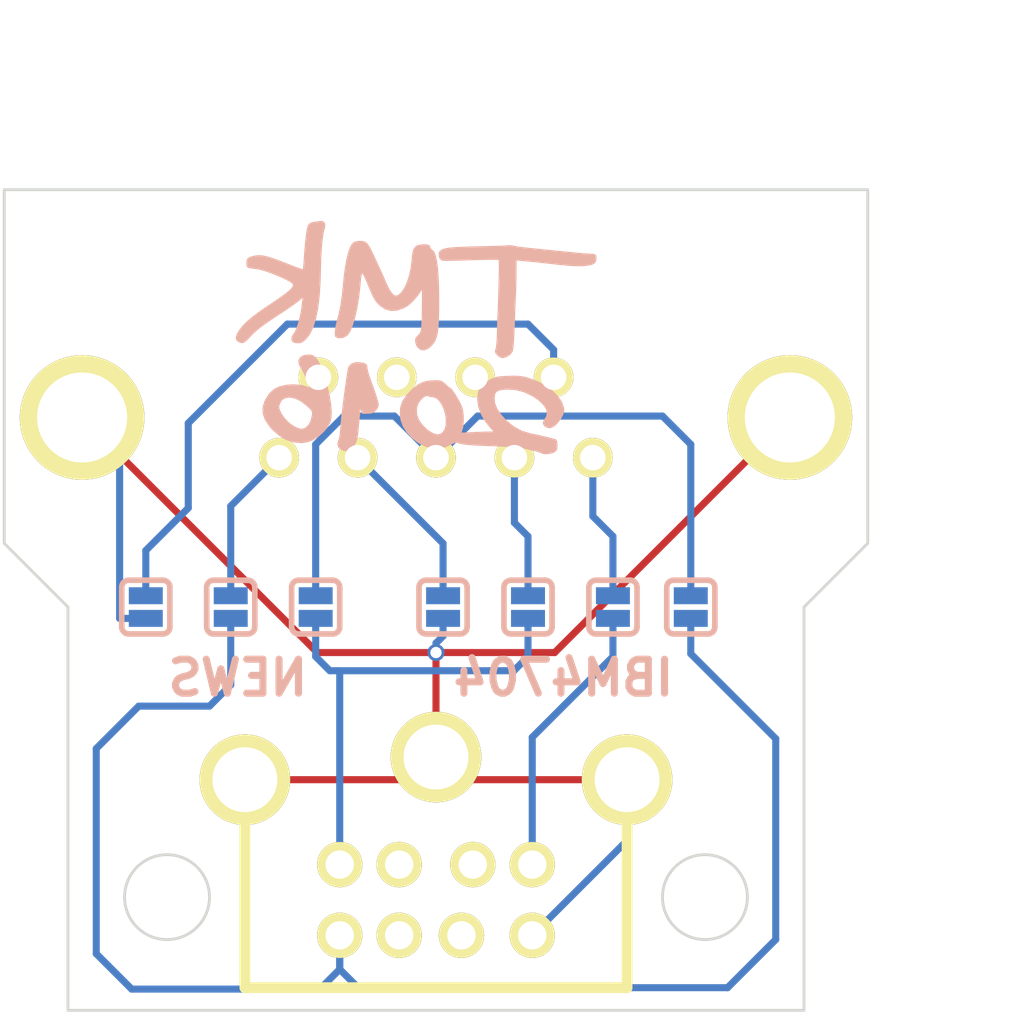
<source format=kicad_pcb>
(kicad_pcb (version 20171130) (host pcbnew "(5.1.12)-1")

  (general
    (thickness 1.6)
    (drawings 14)
    (tracks 72)
    (zones 0)
    (modules 10)
    (nets 18)
  )

  (page A4)
  (layers
    (0 F.Cu signal)
    (31 B.Cu signal)
    (32 B.Adhes user)
    (33 F.Adhes user)
    (34 B.Paste user)
    (35 F.Paste user)
    (36 B.SilkS user)
    (37 F.SilkS user)
    (38 B.Mask user)
    (39 F.Mask user)
    (40 Dwgs.User user)
    (41 Cmts.User user)
    (42 Eco1.User user)
    (43 Eco2.User user)
    (44 Edge.Cuts user)
    (45 Margin user)
    (46 B.CrtYd user)
    (47 F.CrtYd user)
    (48 B.Fab user)
    (49 F.Fab user)
  )

  (setup
    (last_trace_width 0.25)
    (trace_clearance 0.2)
    (zone_clearance 0.3)
    (zone_45_only no)
    (trace_min 0.2)
    (via_size 0.6)
    (via_drill 0.4)
    (via_min_size 0.4)
    (via_min_drill 0.3)
    (uvia_size 0.3)
    (uvia_drill 0.1)
    (uvias_allowed no)
    (uvia_min_size 0.2)
    (uvia_min_drill 0.1)
    (edge_width 0.1)
    (segment_width 0.2)
    (pcb_text_width 0.3)
    (pcb_text_size 1.5 1.5)
    (mod_edge_width 0.15)
    (mod_text_size 1 1)
    (mod_text_width 0.15)
    (pad_size 1.5 1.5)
    (pad_drill 0.6)
    (pad_to_mask_clearance 0.075)
    (solder_mask_min_width 0.15)
    (aux_axis_origin 84.75 102.25)
    (visible_elements 7FFFFFFF)
    (pcbplotparams
      (layerselection 0x010fc_80000001)
      (usegerberextensions true)
      (usegerberattributes true)
      (usegerberadvancedattributes true)
      (creategerberjobfile true)
      (excludeedgelayer true)
      (linewidth 0.100000)
      (plotframeref false)
      (viasonmask false)
      (mode 1)
      (useauxorigin true)
      (hpglpennumber 1)
      (hpglpenspeed 20)
      (hpglpendiameter 15.000000)
      (psnegative false)
      (psa4output false)
      (plotreference true)
      (plotvalue true)
      (plotinvisibletext false)
      (padsonsilk false)
      (subtractmaskfromsilk false)
      (outputformat 1)
      (mirror false)
      (drillshape 0)
      (scaleselection 1)
      (outputdirectory "plot/A/"))
  )

  (net 0 "")
  (net 1 /D0)
  (net 2 /D1)
  (net 3 /VCC)
  (net 4 GND)
  (net 5 "Net-(CN1-Pad1)")
  (net 6 "Net-(CN1-Pad2)")
  (net 7 "Net-(CN1-Pad4)")
  (net 8 "Net-(CN1-Pad7)")
  (net 9 /DS_3)
  (net 10 "Net-(P1-Pad8)")
  (net 11 "Net-(P1-Pad7)")
  (net 12 "Net-(P1-Pad6)")
  (net 13 /DS_9)
  (net 14 /DS_2)
  (net 15 /DS_1)
  (net 16 /DS_4)
  (net 17 /DS_5)

  (net_class Default "This is the default net class."
    (clearance 0.2)
    (trace_width 0.25)
    (via_dia 0.6)
    (via_drill 0.4)
    (uvia_dia 0.3)
    (uvia_drill 0.1)
    (add_net /D0)
    (add_net /D1)
    (add_net /DS_1)
    (add_net /DS_2)
    (add_net /DS_3)
    (add_net /DS_4)
    (add_net /DS_5)
    (add_net /DS_9)
    (add_net /VCC)
    (add_net GND)
    (add_net "Net-(CN1-Pad1)")
    (add_net "Net-(CN1-Pad2)")
    (add_net "Net-(CN1-Pad4)")
    (add_net "Net-(CN1-Pad7)")
    (add_net "Net-(P1-Pad6)")
    (add_net "Net-(P1-Pad7)")
    (add_net "Net-(P1-Pad8)")
  )

  (module MINI_DIN_8 (layer F.Cu) (tedit 57125B9F) (tstamp 571262DA)
    (at 100 93.3)
    (path /5712306A)
    (fp_text reference CN1 (at 3.175 1.651) (layer F.SilkS) hide
      (effects (font (size 0.8128 0.8128) (thickness 0.2032)))
    )
    (fp_text value MINI_DIN_8P_JACK (at 0 -6.10108) (layer F.SilkS) hide
      (effects (font (size 1.524 1.524) (thickness 0.3048)))
    )
    (fp_line (start -6.75 8.15) (end 6.75 8.15) (layer F.SilkS) (width 0.381))
    (fp_line (start 6.75 0.8) (end 6.75 8.15) (layer F.SilkS) (width 0.381))
    (fp_line (start -6.75 0.8) (end -6.75 8.15) (layer F.SilkS) (width 0.381))
    (pad 3 thru_hole circle (at -3.4 3.8 180) (size 1.6 1.6) (drill 1) (layers *.Cu *.Mask F.SilkS)
      (net 1 /D0))
    (pad 5 thru_hole circle (at 3.4 3.8 180) (size 1.6 1.6) (drill 1) (layers *.Cu *.Mask F.SilkS)
      (net 2 /D1))
    (pad 6 thru_hole circle (at -3.4 6.3 180) (size 1.6 1.6) (drill 1) (layers *.Cu *.Mask F.SilkS)
      (net 3 /VCC))
    (pad 8 thru_hole circle (at 3.4 6.3 180) (size 1.6 1.6) (drill 1) (layers *.Cu *.Mask F.SilkS)
      (net 4 GND))
    (pad 9 thru_hole circle (at 0 0 180) (size 3.2 3.2) (drill 2.29) (layers *.Cu *.Mask F.SilkS)
      (net 4 GND))
    (pad 9 thru_hole circle (at -6.75 0.8 180) (size 3.2 3.2) (drill 2.29) (layers *.Cu *.Mask F.SilkS)
      (net 4 GND))
    (pad 9 thru_hole circle (at 6.75 0.8 180) (size 3.2 3.2) (drill 2.29) (layers *.Cu *.Mask F.SilkS)
      (net 4 GND))
    (pad 1 thru_hole circle (at -1.3 3.8 180) (size 1.6 1.6) (drill 1) (layers *.Cu *.Mask F.SilkS)
      (net 5 "Net-(CN1-Pad1)"))
    (pad 2 thru_hole circle (at 1.3 3.8 180) (size 1.6 1.6) (drill 1) (layers *.Cu *.Mask F.SilkS)
      (net 6 "Net-(CN1-Pad2)"))
    (pad 4 thru_hole circle (at -1.3 6.3 180) (size 1.6 1.6) (drill 1) (layers *.Cu *.Mask F.SilkS)
      (net 7 "Net-(CN1-Pad4)"))
    (pad 7 thru_hole circle (at 0.9 6.3 180) (size 1.6 1.6) (drill 1) (layers *.Cu *.Mask F.SilkS)
      (net 8 "Net-(CN1-Pad7)"))
  )

  (module keyboard_parts:DSUB9P (layer F.Cu) (tedit 57124E0E) (tstamp 7FFFFFFF)
    (at 100 81.3 180)
    (path /57123B8A)
    (fp_text reference P1 (at 0 5.8 180) (layer F.SilkS) hide
      (effects (font (size 1.5 1.5) (thickness 0.15)))
    )
    (fp_text value CONN_01X10 (at -0.15 -8.75 180) (layer F.Fab) hide
      (effects (font (size 1.5 1.5) (thickness 0.15)))
    )
    (pad 3 thru_hole circle (at 0 -1.42 180) (size 1.4 1.4) (drill 0.9) (layers *.Cu *.Mask F.SilkS)
      (net 9 /DS_3))
    (pad 8 thru_hole circle (at -1.385 1.42 180) (size 1.4 1.4) (drill 0.9) (layers *.Cu *.Mask F.SilkS)
      (net 10 "Net-(P1-Pad8)"))
    (pad 7 thru_hole circle (at 1.385 1.42 180) (size 1.4 1.4) (drill 0.9) (layers *.Cu *.Mask F.SilkS)
      (net 11 "Net-(P1-Pad7)"))
    (pad 6 thru_hole circle (at 4.155 1.42 180) (size 1.4 1.4) (drill 0.9) (layers *.Cu *.Mask F.SilkS)
      (net 12 "Net-(P1-Pad6)"))
    (pad 9 thru_hole circle (at -4.155 1.42 180) (size 1.4 1.4) (drill 0.9) (layers *.Cu *.Mask F.SilkS)
      (net 13 /DS_9))
    (pad 2 thru_hole circle (at 2.77 -1.42 180) (size 1.4 1.4) (drill 0.9) (layers *.Cu *.Mask F.SilkS)
      (net 14 /DS_2))
    (pad 1 thru_hole circle (at 5.54 -1.42 180) (size 1.4 1.4) (drill 0.9) (layers *.Cu *.Mask F.SilkS)
      (net 15 /DS_1))
    (pad 4 thru_hole circle (at -2.77 -1.42 180) (size 1.4 1.4) (drill 0.9) (layers *.Cu *.Mask F.SilkS)
      (net 16 /DS_4))
    (pad 5 thru_hole circle (at -5.54 -1.42 180) (size 1.4 1.4) (drill 0.9) (layers *.Cu *.Mask F.SilkS)
      (net 17 /DS_5))
    (pad 10 thru_hole circle (at 12.5 0 180) (size 4.4 4.4) (drill 3.18) (layers *.Cu *.Mask F.SilkS)
      (net 4 GND))
    (pad 10 thru_hole circle (at -12.5 0 180) (size 4.4 4.4) (drill 3.18) (layers *.Cu *.Mask F.SilkS)
      (net 4 GND))
  )

  (module keyboard_parts:SOLDER_JUMPER_2 (layer B.Cu) (tedit 5) (tstamp 571262F7)
    (at 100.25 88 90)
    (tags "solder jumper bridge configuration")
    (path /5712404D)
    (attr virtual)
    (fp_text reference SJ1 (at 0 1.7 90) (layer B.SilkS) hide
      (effects (font (size 0.8 0.8) (thickness 0.15)) (justify mirror))
    )
    (fp_text value SOLDER_JUMPER (at 0 -1.65 90) (layer B.SilkS) hide
      (effects (font (size 0.8 0.8) (thickness 0.15)) (justify mirror))
    )
    (fp_line (start -0.65 -0.85) (end 0.65 -0.85) (layer B.SilkS) (width 0.2))
    (fp_line (start -0.95 -0.6) (end -0.95 0.6) (layer B.SilkS) (width 0.2))
    (fp_line (start -0.7 0.85) (end 0.7 0.85) (layer B.SilkS) (width 0.2))
    (fp_line (start 0.95 0.6) (end 0.95 -0.55) (layer B.SilkS) (width 0.2))
    (fp_arc (start -0.7 -0.6) (end -0.7 -0.85) (angle -90) (layer B.SilkS) (width 0.2))
    (fp_arc (start -0.7 0.6) (end -0.95 0.6) (angle -90) (layer B.SilkS) (width 0.2))
    (fp_arc (start 0.7 0.6) (end 0.7 0.85) (angle -90) (layer B.SilkS) (width 0.2))
    (fp_arc (start 0.7 -0.6) (end 0.95 -0.6) (angle -90) (layer B.SilkS) (width 0.2))
    (pad 2 smd rect (at 0.4 0 90) (size 0.6 1.2) (layers B.Cu B.Mask)
      (net 14 /DS_2) (clearance 0.1))
    (pad 1 smd rect (at -0.4 0 90) (size 0.6 1.2) (layers B.Cu B.Mask)
      (net 4 GND) (clearance 0.1))
  )

  (module keyboard_parts:SOLDER_JUMPER_2 (layer B.Cu) (tedit 5) (tstamp 57126305)
    (at 109 88 90)
    (tags "solder jumper bridge configuration")
    (path /571240D0)
    (attr virtual)
    (fp_text reference SJ2 (at 0 1.7 90) (layer B.SilkS) hide
      (effects (font (size 0.8 0.8) (thickness 0.15)) (justify mirror))
    )
    (fp_text value SOLDER_JUMPER (at 0 -1.65 90) (layer B.SilkS) hide
      (effects (font (size 0.8 0.8) (thickness 0.15)) (justify mirror))
    )
    (fp_line (start -0.65 -0.85) (end 0.65 -0.85) (layer B.SilkS) (width 0.2))
    (fp_line (start -0.95 -0.6) (end -0.95 0.6) (layer B.SilkS) (width 0.2))
    (fp_line (start -0.7 0.85) (end 0.7 0.85) (layer B.SilkS) (width 0.2))
    (fp_line (start 0.95 0.6) (end 0.95 -0.55) (layer B.SilkS) (width 0.2))
    (fp_arc (start -0.7 -0.6) (end -0.7 -0.85) (angle -90) (layer B.SilkS) (width 0.2))
    (fp_arc (start -0.7 0.6) (end -0.95 0.6) (angle -90) (layer B.SilkS) (width 0.2))
    (fp_arc (start 0.7 0.6) (end 0.7 0.85) (angle -90) (layer B.SilkS) (width 0.2))
    (fp_arc (start 0.7 -0.6) (end 0.95 -0.6) (angle -90) (layer B.SilkS) (width 0.2))
    (pad 2 smd rect (at 0.4 0 90) (size 0.6 1.2) (layers B.Cu B.Mask)
      (net 9 /DS_3) (clearance 0.1))
    (pad 1 smd rect (at -0.4 0 90) (size 0.6 1.2) (layers B.Cu B.Mask)
      (net 3 /VCC) (clearance 0.1))
  )

  (module keyboard_parts:SOLDER_JUMPER_2 (layer B.Cu) (tedit 57124E2B) (tstamp 57126313)
    (at 103.25 88 90)
    (tags "solder jumper bridge configuration")
    (path /57124115)
    (attr virtual)
    (fp_text reference SJ3 (at 0 1.7 90) (layer B.SilkS) hide
      (effects (font (size 0.8 0.8) (thickness 0.15)) (justify mirror))
    )
    (fp_text value SOLDER_JUMPER (at 0 -1.65 90) (layer B.SilkS) hide
      (effects (font (size 0.8 0.8) (thickness 0.15)) (justify mirror))
    )
    (fp_line (start -0.65 -0.85) (end 0.65 -0.85) (layer B.SilkS) (width 0.2))
    (fp_line (start -0.95 -0.6) (end -0.95 0.6) (layer B.SilkS) (width 0.2))
    (fp_line (start -0.7 0.85) (end 0.7 0.85) (layer B.SilkS) (width 0.2))
    (fp_line (start 0.95 0.6) (end 0.95 -0.55) (layer B.SilkS) (width 0.2))
    (fp_arc (start -0.7 -0.6) (end -0.7 -0.85) (angle -90) (layer B.SilkS) (width 0.2))
    (fp_arc (start -0.7 0.6) (end -0.95 0.6) (angle -90) (layer B.SilkS) (width 0.2))
    (fp_arc (start 0.7 0.6) (end 0.7 0.85) (angle -90) (layer B.SilkS) (width 0.2))
    (fp_arc (start 0.7 -0.6) (end 0.95 -0.6) (angle -90) (layer B.SilkS) (width 0.2))
    (pad 2 smd rect (at 0.4 0 90) (size 0.6 1.2) (layers B.Cu B.Mask)
      (net 16 /DS_4) (clearance 0.1))
    (pad 1 smd rect (at -0.4 0 90) (size 0.6 1.2) (layers B.Cu B.Mask)
      (net 1 /D0) (clearance 0.1))
  )

  (module keyboard_parts:SOLDER_JUMPER_2 (layer B.Cu) (tedit 5) (tstamp 57126321)
    (at 106.25 88 90)
    (tags "solder jumper bridge configuration")
    (path /57124134)
    (attr virtual)
    (fp_text reference SJ4 (at 0 1.7 90) (layer B.SilkS) hide
      (effects (font (size 0.8 0.8) (thickness 0.15)) (justify mirror))
    )
    (fp_text value SOLDER_JUMPER (at 0 -1.65 90) (layer B.SilkS) hide
      (effects (font (size 0.8 0.8) (thickness 0.15)) (justify mirror))
    )
    (fp_line (start -0.65 -0.85) (end 0.65 -0.85) (layer B.SilkS) (width 0.2))
    (fp_line (start -0.95 -0.6) (end -0.95 0.6) (layer B.SilkS) (width 0.2))
    (fp_line (start -0.7 0.85) (end 0.7 0.85) (layer B.SilkS) (width 0.2))
    (fp_line (start 0.95 0.6) (end 0.95 -0.55) (layer B.SilkS) (width 0.2))
    (fp_arc (start -0.7 -0.6) (end -0.7 -0.85) (angle -90) (layer B.SilkS) (width 0.2))
    (fp_arc (start -0.7 0.6) (end -0.95 0.6) (angle -90) (layer B.SilkS) (width 0.2))
    (fp_arc (start 0.7 0.6) (end 0.7 0.85) (angle -90) (layer B.SilkS) (width 0.2))
    (fp_arc (start 0.7 -0.6) (end 0.95 -0.6) (angle -90) (layer B.SilkS) (width 0.2))
    (pad 2 smd rect (at 0.4 0 90) (size 0.6 1.2) (layers B.Cu B.Mask)
      (net 17 /DS_5) (clearance 0.1))
    (pad 1 smd rect (at -0.4 0 90) (size 0.6 1.2) (layers B.Cu B.Mask)
      (net 2 /D1) (clearance 0.1))
  )

  (module keyboard_parts:SOLDER_JUMPER_2 (layer B.Cu) (tedit 57124E3A) (tstamp 5712632F)
    (at 92.75 88 90)
    (tags "solder jumper bridge configuration")
    (path /57124DB6)
    (attr virtual)
    (fp_text reference SJ5 (at 0 1.7 90) (layer B.SilkS) hide
      (effects (font (size 0.8 0.8) (thickness 0.15)) (justify mirror))
    )
    (fp_text value SOLDER_JUMPER (at 0 -1.65 90) (layer B.SilkS) hide
      (effects (font (size 0.8 0.8) (thickness 0.15)) (justify mirror))
    )
    (fp_line (start -0.65 -0.85) (end 0.65 -0.85) (layer B.SilkS) (width 0.2))
    (fp_line (start -0.95 -0.6) (end -0.95 0.6) (layer B.SilkS) (width 0.2))
    (fp_line (start -0.7 0.85) (end 0.7 0.85) (layer B.SilkS) (width 0.2))
    (fp_line (start 0.95 0.6) (end 0.95 -0.55) (layer B.SilkS) (width 0.2))
    (fp_arc (start -0.7 -0.6) (end -0.7 -0.85) (angle -90) (layer B.SilkS) (width 0.2))
    (fp_arc (start -0.7 0.6) (end -0.95 0.6) (angle -90) (layer B.SilkS) (width 0.2))
    (fp_arc (start 0.7 0.6) (end 0.7 0.85) (angle -90) (layer B.SilkS) (width 0.2))
    (fp_arc (start 0.7 -0.6) (end 0.95 -0.6) (angle -90) (layer B.SilkS) (width 0.2))
    (pad 2 smd rect (at 0.4 0 90) (size 0.6 1.2) (layers B.Cu B.Mask)
      (net 15 /DS_1) (clearance 0.1))
    (pad 1 smd rect (at -0.4 0 90) (size 0.6 1.2) (layers B.Cu B.Mask)
      (net 3 /VCC) (clearance 0.1))
  )

  (module keyboard_parts:SOLDER_JUMPER_2 (layer B.Cu) (tedit 57124E3F) (tstamp 5712633D)
    (at 95.75 88 90)
    (tags "solder jumper bridge configuration")
    (path /57124DBC)
    (attr virtual)
    (fp_text reference SJ6 (at 0 1.7 90) (layer B.SilkS) hide
      (effects (font (size 0.8 0.8) (thickness 0.15)) (justify mirror))
    )
    (fp_text value SOLDER_JUMPER (at 0 -1.65 90) (layer B.SilkS) hide
      (effects (font (size 0.8 0.8) (thickness 0.15)) (justify mirror))
    )
    (fp_line (start -0.65 -0.85) (end 0.65 -0.85) (layer B.SilkS) (width 0.2))
    (fp_line (start -0.95 -0.6) (end -0.95 0.6) (layer B.SilkS) (width 0.2))
    (fp_line (start -0.7 0.85) (end 0.7 0.85) (layer B.SilkS) (width 0.2))
    (fp_line (start 0.95 0.6) (end 0.95 -0.55) (layer B.SilkS) (width 0.2))
    (fp_arc (start -0.7 -0.6) (end -0.7 -0.85) (angle -90) (layer B.SilkS) (width 0.2))
    (fp_arc (start -0.7 0.6) (end -0.95 0.6) (angle -90) (layer B.SilkS) (width 0.2))
    (fp_arc (start 0.7 0.6) (end 0.7 0.85) (angle -90) (layer B.SilkS) (width 0.2))
    (fp_arc (start 0.7 -0.6) (end 0.95 -0.6) (angle -90) (layer B.SilkS) (width 0.2))
    (pad 2 smd rect (at 0.4 0 90) (size 0.6 1.2) (layers B.Cu B.Mask)
      (net 9 /DS_3) (clearance 0.1))
    (pad 1 smd rect (at -0.4 0 90) (size 0.6 1.2) (layers B.Cu B.Mask)
      (net 1 /D0) (clearance 0.1))
  )

  (module keyboard_parts:SOLDER_JUMPER_2 (layer B.Cu) (tedit 5) (tstamp 5712634B)
    (at 89.75 88 90)
    (tags "solder jumper bridge configuration")
    (path /57124DC2)
    (attr virtual)
    (fp_text reference SJ7 (at 0 1.7 90) (layer B.SilkS) hide
      (effects (font (size 0.8 0.8) (thickness 0.15)) (justify mirror))
    )
    (fp_text value SOLDER_JUMPER (at 0 -1.65 90) (layer B.SilkS) hide
      (effects (font (size 0.8 0.8) (thickness 0.15)) (justify mirror))
    )
    (fp_line (start -0.65 -0.85) (end 0.65 -0.85) (layer B.SilkS) (width 0.2))
    (fp_line (start -0.95 -0.6) (end -0.95 0.6) (layer B.SilkS) (width 0.2))
    (fp_line (start -0.7 0.85) (end 0.7 0.85) (layer B.SilkS) (width 0.2))
    (fp_line (start 0.95 0.6) (end 0.95 -0.55) (layer B.SilkS) (width 0.2))
    (fp_arc (start -0.7 -0.6) (end -0.7 -0.85) (angle -90) (layer B.SilkS) (width 0.2))
    (fp_arc (start -0.7 0.6) (end -0.95 0.6) (angle -90) (layer B.SilkS) (width 0.2))
    (fp_arc (start 0.7 0.6) (end 0.7 0.85) (angle -90) (layer B.SilkS) (width 0.2))
    (fp_arc (start 0.7 -0.6) (end 0.95 -0.6) (angle -90) (layer B.SilkS) (width 0.2))
    (pad 2 smd rect (at 0.4 0 90) (size 0.6 1.2) (layers B.Cu B.Mask)
      (net 13 /DS_9) (clearance 0.1))
    (pad 1 smd rect (at -0.4 0 90) (size 0.6 1.2) (layers B.Cu B.Mask)
      (net 4 GND) (clearance 0.1))
  )

  (module keyboard_parts:tmk2016 (layer B.Cu) (tedit 0) (tstamp 57126FF9)
    (at 99.06 78.74 180)
    (fp_text reference G*** (at 0 0 180) (layer B.SilkS) hide
      (effects (font (size 1.524 1.524) (thickness 0.3)) (justify mirror))
    )
    (fp_text value LOGO (at 0.75 0 180) (layer B.SilkS) hide
      (effects (font (size 1.524 1.524) (thickness 0.3)) (justify mirror))
    )
    (fp_poly (pts (xy 6.084519 0.266973) (xy 6.065132 0.184647) (xy 5.987729 0.133722) (xy 5.974062 0.129454)
      (xy 5.91957 0.117456) (xy 5.872782 0.123134) (xy 5.820133 0.154907) (xy 5.748063 0.221195)
      (xy 5.643007 0.330417) (xy 5.632631 0.341411) (xy 5.543986 0.432567) (xy 5.454518 0.517214)
      (xy 5.355654 0.601801) (xy 5.238824 0.692781) (xy 5.095453 0.796603) (xy 4.916971 0.919718)
      (xy 4.694806 1.068578) (xy 4.462639 1.221863) (xy 4.29383 1.335) (xy 4.137373 1.443764)
      (xy 4.006948 1.538362) (xy 3.916236 1.609005) (xy 3.892423 1.629979) (xy 3.816568 1.689739)
      (xy 3.756685 1.715011) (xy 3.741917 1.7125) (xy 3.714901 1.675509) (xy 3.717441 1.664437)
      (xy 3.728041 1.619276) (xy 3.741556 1.52493) (xy 3.754052 1.41162) (xy 3.780977 1.21214)
      (xy 3.822035 1.003422) (xy 3.872833 0.801051) (xy 3.928973 0.620616) (xy 3.98606 0.477703)
      (xy 4.039698 0.3879) (xy 4.044122 0.383043) (xy 4.111074 0.282198) (xy 4.121633 0.206654)
      (xy 4.102303 0.151547) (xy 4.051203 0.12401) (xy 3.964803 0.112862) (xy 3.868674 0.11347)
      (xy 3.79428 0.140762) (xy 3.711932 0.207296) (xy 3.68848 0.229727) (xy 3.554044 0.400924)
      (xy 3.440104 0.634033) (xy 3.346453 0.930062) (xy 3.272879 1.290018) (xy 3.219174 1.71491)
      (xy 3.185127 2.205744) (xy 3.170987 2.716388) (xy 3.164703 2.977124) (xy 3.152282 3.23732)
      (xy 3.134835 3.485301) (xy 3.113476 3.709395) (xy 3.089316 3.897927) (xy 3.063467 4.039223)
      (xy 3.037111 4.12148) (xy 3.017613 4.20744) (xy 3.023285 4.26715) (xy 3.04141 4.313343)
      (xy 3.076946 4.333876) (xy 3.149388 4.334276) (xy 3.230139 4.325815) (xy 3.37396 4.305637)
      (xy 3.463932 4.280646) (xy 3.516649 4.242004) (xy 3.548702 4.180872) (xy 3.55863 4.150838)
      (xy 3.580462 4.051203) (xy 3.604065 3.894391) (xy 3.627987 3.693707) (xy 3.650777 3.462454)
      (xy 3.670986 3.21394) (xy 3.685958 2.983128) (xy 3.695889 2.833314) (xy 3.706729 2.711866)
      (xy 3.716899 2.634704) (xy 3.72237 2.61587) (xy 3.758707 2.62316) (xy 3.850209 2.653259)
      (xy 3.986654 2.702464) (xy 4.157821 2.767076) (xy 4.353488 2.843395) (xy 4.380994 2.854302)
      (xy 4.649469 2.958659) (xy 4.864708 3.035905) (xy 5.037597 3.088361) (xy 5.179022 3.118347)
      (xy 5.29987 3.128184) (xy 5.411028 3.120193) (xy 5.520972 3.097324) (xy 5.625546 3.066329)
      (xy 5.679766 3.032977) (xy 5.702405 2.980778) (xy 5.70875 2.932389) (xy 5.708458 2.842959)
      (xy 5.692409 2.785831) (xy 5.690377 2.783488) (xy 5.64142 2.765267) (xy 5.545053 2.748551)
      (xy 5.449683 2.739145) (xy 5.284412 2.711891) (xy 5.07153 2.652026) (xy 4.823512 2.563924)
      (xy 4.55283 2.451955) (xy 4.313444 2.34089) (xy 4.196828 2.279194) (xy 4.114077 2.220357)
      (xy 4.068184 2.159902) (xy 4.062143 2.093348) (xy 4.098948 2.016217) (xy 4.181593 1.92403)
      (xy 4.31307 1.812309) (xy 4.496373 1.676575) (xy 4.734497 1.512348) (xy 4.974167 1.352351)
      (xy 5.276481 1.145112) (xy 5.521546 0.960724) (xy 5.716506 0.793206) (xy 5.868505 0.636573)
      (xy 5.948572 0.536514) (xy 6.045721 0.383371) (xy 6.084519 0.266973)) (layer B.SilkS) (width 0.1))
    (fp_poly (pts (xy 2.589517 0.405694) (xy 2.581994 0.328937) (xy 2.538872 0.296391) (xy 2.492111 0.288332)
      (xy 2.338707 0.301372) (xy 2.214644 0.378417) (xy 2.127775 0.504421) (xy 2.039403 0.724041)
      (xy 1.957764 0.998839) (xy 1.886252 1.313518) (xy 1.828259 1.65278) (xy 1.78718 2.001327)
      (xy 1.781854 2.06375) (xy 1.760034 2.301538) (xy 1.736507 2.470098) (xy 1.728611 2.498553)
      (xy 1.728611 2.663472) (xy 1.710972 2.681111) (xy 1.693334 2.663472) (xy 1.710972 2.645833)
      (xy 1.728611 2.663472) (xy 1.728611 2.498553) (xy 1.708576 2.570751) (xy 1.673544 2.604815)
      (xy 1.628714 2.573613) (xy 1.571389 2.478464) (xy 1.498874 2.320689) (xy 1.457631 2.2225)
      (xy 1.362914 1.995812) (xy 1.287366 1.82392) (xy 1.224895 1.695742) (xy 1.16941 1.600194)
      (xy 1.11482 1.526195) (xy 1.055033 1.462661) (xy 1.024281 1.434054) (xy 0.845062 1.309867)
      (xy 0.654687 1.252956) (xy 0.449871 1.263198) (xy 0.227326 1.34047) (xy 0.115313 1.400119)
      (xy -0.010422 1.495182) (xy -0.147633 1.632712) (xy -0.277779 1.791321) (xy -0.38232 1.949623)
      (xy -0.414113 2.010833) (xy -0.471778 2.134305) (xy -0.486378 2.028472) (xy -0.490243 1.961215)
      (xy -0.492408 1.836164) (xy -0.49285 1.666062) (xy -0.491543 1.463651) (xy -0.488461 1.241673)
      (xy -0.487975 1.214557) (xy -0.48277 0.968205) (xy -0.476751 0.782) (xy -0.468898 0.645534)
      (xy -0.458189 0.5484) (xy -0.443601 0.480189) (xy -0.424114 0.430493) (xy -0.408322 0.403168)
      (xy -0.349472 0.324396) (xy -0.297082 0.273402) (xy -0.294308 0.271649) (xy -0.254667 0.211315)
      (xy -0.251602 0.116532) (xy -0.283127 0.01194) (xy -0.32006 -0.04816) (xy -0.417375 -0.129224)
      (xy -0.527492 -0.141079) (xy -0.650606 -0.083697) (xy -0.756035 0.009403) (xy -0.824028 0.090756)
      (xy -0.878889 0.183651) (xy -0.921922 0.296145) (xy -0.954429 0.436294) (xy -0.977711 0.612154)
      (xy -0.993071 0.83178) (xy -1.00181 1.103228) (xy -1.005232 1.434554) (xy -1.005416 1.552222)
      (xy -1.000527 1.995243) (xy -0.986003 2.37817) (xy -0.962057 2.699352) (xy -0.928905 2.957139)
      (xy -0.886761 3.14988) (xy -0.835839 3.275924) (xy -0.776353 3.333621) (xy -0.773931 3.334441)
      (xy -0.717787 3.380018) (xy -0.705555 3.420547) (xy -0.682122 3.482917) (xy -0.607845 3.513077)
      (xy -0.476756 3.512822) (xy -0.420018 3.506369) (xy -0.313123 3.484256) (xy -0.237993 3.443252)
      (xy -0.187737 3.371586) (xy -0.155462 3.257486) (xy -0.134277 3.089181) (xy -0.127574 3.006852)
      (xy -0.092685 2.717534) (xy -0.034792 2.448573) (xy 0.042304 2.208137) (xy 0.1348 2.004396)
      (xy 0.238892 1.845517) (xy 0.350777 1.739671) (xy 0.466653 1.695026) (xy 0.483566 1.694117)
      (xy 0.566722 1.726348) (xy 0.659148 1.819046) (xy 0.754331 1.963908) (xy 0.845756 2.152634)
      (xy 0.848529 2.159261) (xy 0.916287 2.318089) (xy 0.992316 2.490684) (xy 1.038678 2.592916)
      (xy 1.097569 2.720767) (xy 1.173314 2.885577) (xy 1.253416 3.060145) (xy 1.289884 3.139722)
      (xy 1.380503 3.331202) (xy 1.453881 3.466403) (xy 1.518411 3.554778) (xy 1.582484 3.605783)
      (xy 1.654492 3.628872) (xy 1.728261 3.633611) (xy 1.837962 3.625289) (xy 1.926151 3.604669)
      (xy 1.940009 3.598477) (xy 2.004339 3.53031) (xy 2.067756 3.400007) (xy 2.12815 3.21598)
      (xy 2.183409 2.986638) (xy 2.231423 2.720392) (xy 2.270081 2.425652) (xy 2.290966 2.200127)
      (xy 2.333294 1.77037) (xy 2.390328 1.384211) (xy 2.460313 1.052794) (xy 2.48734 0.9525)
      (xy 2.553643 0.687719) (xy 2.585919 0.468989) (xy 2.589517 0.405694)) (layer B.SilkS) (width 0.1))
    (fp_poly (pts (xy -1.079932 3.154171) (xy -1.1161 3.067892) (xy -1.172006 3.027229) (xy -1.218079 3.024417)
      (xy -1.324944 3.024126) (xy -1.482887 3.026183) (xy -1.682195 3.03042) (xy -1.913156 3.036666)
      (xy -2.160578 3.044563) (xy -2.41399 3.05235) (xy -2.646061 3.057793) (xy -2.846901 3.060795)
      (xy -3.006618 3.061259) (xy -3.115319 3.05909) (xy -3.162652 3.054379) (xy -3.180285 3.042473)
      (xy -3.19352 3.016688) (xy -3.202641 2.968981) (xy -3.207932 2.89131) (xy -3.209678 2.775634)
      (xy -3.208162 2.613911) (xy -3.203668 2.398098) (xy -3.196481 2.120154) (xy -3.19612 2.106853)
      (xy -3.188878 1.850304) (xy -3.181571 1.610032) (xy -3.174582 1.397225) (xy -3.168292 1.223074)
      (xy -3.163081 1.098766) (xy -3.15979 1.040694) (xy -3.15491 0.951653) (xy -3.149713 0.810747)
      (xy -3.144791 0.636664) (xy -3.140737 0.448089) (xy -3.140424 0.430413) (xy -3.134356 0.245537)
      (xy -3.123626 0.077409) (xy -3.109682 -0.056771) (xy -3.093973 -0.139804) (xy -3.091904 -0.145873)
      (xy -3.07061 -0.22218) (xy -3.087298 -0.275953) (xy -3.150509 -0.338162) (xy -3.228359 -0.396747)
      (xy -3.294533 -0.413889) (xy -3.376971 -0.391751) (xy -3.444968 -0.36094) (xy -3.535833 -0.297017)
      (xy -3.60008 -0.216995) (xy -3.600768 -0.215596) (xy -3.618468 -0.142911) (xy -3.635131 -0.00076)
      (xy -3.650677 0.209777) (xy -3.665021 0.487617) (xy -3.676216 0.776111) (xy -3.6851 1.028026)
      (xy -3.693825 1.262628) (xy -3.70194 1.468782) (xy -3.708998 1.635355) (xy -3.714547 1.751213)
      (xy -3.717535 1.799166) (xy -3.721521 1.877002) (xy -3.72559 2.009776) (xy -3.729371 2.18187)
      (xy -3.732493 2.377668) (xy -3.733715 2.481844) (xy -3.739444 3.041049) (xy -3.995208 3.017715)
      (xy -4.154587 3.003072) (xy -4.290294 2.990246) (xy -4.417412 2.977655) (xy -4.551018 2.963719)
      (xy -4.706194 2.946856) (xy -4.898018 2.925486) (xy -5.141572 2.898026) (xy -5.203065 2.891071)
      (xy -5.51289 2.858945) (xy -5.764493 2.839702) (xy -5.968909 2.832754) (xy -6.137171 2.83751)
      (xy -6.165091 2.839615) (xy -6.341806 2.860413) (xy -6.458894 2.892009) (xy -6.527141 2.940714)
      (xy -6.55733 3.01284) (xy -6.561667 3.071686) (xy -6.556059 3.136778) (xy -6.526148 3.167564)
      (xy -6.452302 3.1782) (xy -6.411736 3.179805) (xy -6.351288 3.181945) (xy -6.291937 3.184789)
      (xy -6.224996 3.189119) (xy -6.141781 3.195714) (xy -6.033604 3.205357) (xy -5.89178 3.218828)
      (xy -5.707622 3.236908) (xy -5.472445 3.260378) (xy -5.177561 3.290019) (xy -5.10802 3.297022)
      (xy -4.776297 3.330441) (xy -4.507321 3.357634) (xy -4.293641 3.379466) (xy -4.127808 3.396803)
      (xy -4.002369 3.410511) (xy -3.909873 3.421455) (xy -3.842871 3.430499) (xy -3.793912 3.43851)
      (xy -3.755543 3.446354) (xy -3.720315 3.454894) (xy -3.696669 3.460948) (xy -3.587739 3.479151)
      (xy -3.493955 3.479426) (xy -3.485002 3.477901) (xy -3.429346 3.472804) (xy -3.313174 3.466825)
      (xy -3.146519 3.460317) (xy -2.939409 3.453633) (xy -2.701875 3.447125) (xy -2.443948 3.441147)
      (xy -2.434166 3.440941) (xy -2.089581 3.432442) (xy -1.808957 3.422226) (xy -1.585702 3.409371)
      (xy -1.413227 3.392958) (xy -1.284941 3.372066) (xy -1.194253 3.345776) (xy -1.134573 3.313167)
      (xy -1.09931 3.273319) (xy -1.089829 3.253247) (xy -1.079932 3.154171)) (layer B.SilkS) (width 0.1))
    (fp_poly (pts (xy 5.137307 -2.210668) (xy 5.13362 -2.408556) (xy 5.065017 -2.610554) (xy 4.930123 -2.821712)
      (xy 4.822602 -2.948591) (xy 4.646003 -3.108387) (xy 4.646003 -2.219939) (xy 4.642618 -2.147743)
      (xy 4.624503 -2.077871) (xy 4.55002 -1.933548) (xy 4.43134 -1.843246) (xy 4.272327 -1.809332)
      (xy 4.191649 -1.812768) (xy 4.002571 -1.854863) (xy 3.820359 -1.943865) (xy 3.630316 -2.087605)
      (xy 3.5653 -2.14658) (xy 3.468414 -2.239997) (xy 3.413603 -2.305682) (xy 3.39077 -2.363405)
      (xy 3.38982 -2.432937) (xy 3.394667 -2.480717) (xy 3.438819 -2.676255) (xy 3.519018 -2.836916)
      (xy 3.627252 -2.948101) (xy 3.662636 -2.968954) (xy 3.769301 -3.004377) (xy 3.880665 -2.998129)
      (xy 4.016788 -2.947734) (xy 4.076644 -2.917822) (xy 4.268986 -2.786463) (xy 4.44087 -2.612489)
      (xy 4.567914 -2.42074) (xy 4.571358 -2.413789) (xy 4.623679 -2.299585) (xy 4.646003 -2.219939)
      (xy 4.646003 -3.108387) (xy 4.591527 -3.157681) (xy 4.339582 -3.307183) (xy 4.074527 -3.394347)
      (xy 3.804118 -3.416423) (xy 3.589771 -3.385529) (xy 3.412361 -3.313373) (xy 3.228641 -3.191701)
      (xy 3.057281 -3.036983) (xy 2.916949 -2.865687) (xy 2.836812 -2.721289) (xy 2.799138 -2.564429)
      (xy 2.791076 -2.354287) (xy 2.811012 -2.100847) (xy 2.857333 -1.814098) (xy 2.928425 -1.504026)
      (xy 3.022675 -1.180618) (xy 3.13847 -0.853859) (xy 3.138552 -0.853649) (xy 3.218366 -0.661653)
      (xy 3.289414 -0.528282) (xy 3.360291 -0.443776) (xy 3.439593 -0.398371) (xy 3.535917 -0.382309)
      (xy 3.554085 -0.381802) (xy 3.713974 -0.401514) (xy 3.821559 -0.460694) (xy 3.872355 -0.551799)
      (xy 3.861875 -0.667286) (xy 3.795247 -0.787285) (xy 3.744983 -0.868904) (xy 3.683797 -0.990125)
      (xy 3.619892 -1.131635) (xy 3.561468 -1.274123) (xy 3.516725 -1.398276) (xy 3.493866 -1.484781)
      (xy 3.4925 -1.500224) (xy 3.515021 -1.546478) (xy 3.583074 -1.53972) (xy 3.640441 -1.51329)
      (xy 3.756316 -1.473812) (xy 3.917972 -1.447831) (xy 4.101549 -1.437505) (xy 4.283189 -1.444991)
      (xy 4.331903 -1.450775) (xy 4.572971 -1.504867) (xy 4.763295 -1.597746) (xy 4.915384 -1.738826)
      (xy 5.04175 -1.937523) (xy 5.077451 -2.011837) (xy 5.137307 -2.210668)) (layer B.SilkS) (width 0.1))
    (fp_poly (pts (xy 2.493753 -3.488424) (xy 2.465779 -3.591997) (xy 2.380436 -3.662841) (xy 2.298275 -3.69577)
      (xy 2.241913 -3.696702) (xy 2.174288 -3.665684) (xy 2.169584 -3.663095) (xy 2.044513 -3.581492)
      (xy 1.958584 -3.488562) (xy 1.902718 -3.367708) (xy 1.867836 -3.202333) (xy 1.854347 -3.086806)
      (xy 1.823178 -2.76859) (xy 1.797465 -2.51557) (xy 1.776215 -2.322681) (xy 1.758434 -2.184859)
      (xy 1.743128 -2.097041) (xy 1.729301 -2.054161) (xy 1.715959 -2.051156) (xy 1.702109 -2.08296)
      (xy 1.686756 -2.144511) (xy 1.677718 -2.187223) (xy 1.637838 -2.38125) (xy 1.466314 -2.378705)
      (xy 1.349124 -2.369061) (xy 1.271555 -2.336696) (xy 1.21184 -2.279724) (xy 1.155642 -2.196497)
      (xy 1.129187 -2.12209) (xy 1.128889 -2.116044) (xy 1.141925 -2.039897) (xy 1.179642 -1.904969)
      (xy 1.239953 -1.71776) (xy 1.320773 -1.484768) (xy 1.411762 -1.234723) (xy 1.463112 -1.084383)
      (xy 1.503413 -0.944109) (xy 1.526152 -0.837425) (xy 1.528766 -0.812152) (xy 1.536565 -0.738539)
      (xy 1.563378 -0.698128) (xy 1.627905 -0.675095) (xy 1.708104 -0.660406) (xy 1.884567 -0.652025)
      (xy 2.018029 -0.691222) (xy 2.102569 -0.776119) (xy 2.108202 -0.787257) (xy 2.124382 -0.84748)
      (xy 2.146669 -0.967159) (xy 2.173686 -1.135592) (xy 2.204057 -1.342078) (xy 2.236403 -1.575914)
      (xy 2.26935 -1.826399) (xy 2.301519 -2.082831) (xy 2.331534 -2.334509) (xy 2.358019 -2.570731)
      (xy 2.379595 -2.780794) (xy 2.394887 -2.953999) (xy 2.402277 -3.073007) (xy 2.416065 -3.202884)
      (xy 2.442917 -3.319829) (xy 2.460036 -3.364008) (xy 2.493753 -3.488424)) (layer B.SilkS) (width 0.1))
    (fp_poly (pts (xy 0.289907 -2.440047) (xy 0.265335 -2.628195) (xy 0.191811 -2.84139) (xy 0.060727 -3.050011)
      (xy -0.115259 -3.242631) (xy -0.216854 -3.323228) (xy -0.216854 -2.233448) (xy -0.272223 -2.054031)
      (xy -0.312327 -1.988296) (xy -0.43075 -1.849343) (xy -0.540116 -1.769276) (xy -0.635066 -1.751487)
      (xy -0.668318 -1.76284) (xy -0.754748 -1.790177) (xy -0.839196 -1.799167) (xy -0.956348 -1.832502)
      (xy -1.069026 -1.924824) (xy -1.170275 -2.064607) (xy -1.253143 -2.240325) (xy -1.310676 -2.440453)
      (xy -1.334399 -2.62001) (xy -1.332111 -2.826774) (xy -1.294629 -2.982536) (xy -1.218162 -3.099475)
      (xy -1.172273 -3.140918) (xy -1.075118 -3.195669) (xy -0.970053 -3.203091) (xy -0.837378 -3.163361)
      (xy -0.79375 -3.144338) (xy -0.648826 -3.0541) (xy -0.499146 -2.921797) (xy -0.367515 -2.77031)
      (xy -0.279356 -2.628195) (xy -0.21893 -2.430682) (xy -0.216854 -2.233448) (xy -0.216854 -3.323228)
      (xy -0.323484 -3.40782) (xy -0.551289 -3.534151) (xy -0.786013 -3.610194) (xy -0.831352 -3.618165)
      (xy -1.040971 -3.618907) (xy -1.259936 -3.567078) (xy -1.459122 -3.469714) (xy -1.583519 -3.407345)
      (xy -1.670789 -3.403597) (xy -1.767253 -3.431036) (xy -1.864771 -3.453124) (xy -1.973951 -3.470914)
      (xy -2.105403 -3.485458) (xy -2.269734 -3.49781) (xy -2.477552 -3.509021) (xy -2.739467 -3.520144)
      (xy -2.910416 -3.526606) (xy -3.198417 -3.538918) (xy -3.464287 -3.553599) (xy -3.697079 -3.569843)
      (xy -3.885843 -3.586849) (xy -4.019631 -3.603811) (xy -4.056944 -3.610762) (xy -4.297468 -3.665205)
      (xy -4.474218 -3.708908) (xy -4.592893 -3.743433) (xy -4.659193 -3.770343) (xy -4.672541 -3.779519)
      (xy -4.738968 -3.803231) (xy -4.845279 -3.807559) (xy -4.964008 -3.794153) (xy -5.067691 -3.764658)
      (xy -5.088819 -3.754545) (xy -5.150595 -3.710615) (xy -5.178873 -3.650749) (xy -5.185826 -3.548423)
      (xy -5.185833 -3.543183) (xy -5.176367 -3.434867) (xy -5.150633 -3.376593) (xy -5.141736 -3.371548)
      (xy -5.012412 -3.336584) (xy -4.839861 -3.293724) (xy -4.650013 -3.249047) (xy -4.468801 -3.20863)
      (xy -4.322155 -3.178553) (xy -4.303889 -3.175153) (xy -3.97639 -3.081406) (xy -3.676695 -2.923923)
      (xy -3.401557 -2.70097) (xy -3.382323 -2.68206) (xy -3.187048 -2.46428) (xy -3.054951 -2.260178)
      (xy -2.981956 -2.062094) (xy -2.963333 -1.894684) (xy -2.975745 -1.749604) (xy -3.019466 -1.647853)
      (xy -3.104221 -1.581521) (xy -3.239738 -1.542695) (xy -3.418554 -1.524413) (xy -3.740335 -1.538104)
      (xy -4.053748 -1.618374) (xy -4.365567 -1.767021) (xy -4.391574 -1.782479) (xy -4.610852 -1.93515)
      (xy -4.771279 -2.091231) (xy -4.870654 -2.246591) (xy -4.906774 -2.397098) (xy -4.877437 -2.538623)
      (xy -4.833055 -2.610556) (xy -4.783564 -2.691768) (xy -4.763284 -2.759245) (xy -4.793413 -2.824066)
      (xy -4.868502 -2.874434) (xy -4.955637 -2.892778) (xy -5.047408 -2.862534) (xy -5.153466 -2.780244)
      (xy -5.259976 -2.658572) (xy -5.332632 -2.547699) (xy -5.394724 -2.427954) (xy -5.421421 -2.338035)
      (xy -5.419701 -2.251354) (xy -5.416107 -2.22956) (xy -5.345415 -2.027931) (xy -5.21247 -1.830263)
      (xy -5.025525 -1.643224) (xy -4.792829 -1.473484) (xy -4.522635 -1.327712) (xy -4.223193 -1.212577)
      (xy -4.121259 -1.18295) (xy -3.982739 -1.152086) (xy -3.839171 -1.135353) (xy -3.667673 -1.131053)
      (xy -3.486259 -1.135765) (xy -3.301267 -1.145131) (xy -3.166675 -1.158513) (xy -3.062329 -1.179824)
      (xy -2.968072 -1.212978) (xy -2.8811 -1.25326) (xy -2.691953 -1.367187) (xy -2.562346 -1.497141)
      (xy -2.481386 -1.654958) (xy -2.466488 -1.703757) (xy -2.441758 -1.924203) (xy -2.476913 -2.165654)
      (xy -2.568423 -2.418188) (xy -2.712758 -2.671882) (xy -2.892594 -2.901598) (xy -3.07481 -3.104445)
      (xy -2.848221 -3.104445) (xy -2.719072 -3.106444) (xy -2.544368 -3.111857) (xy -2.348979 -3.11981)
      (xy -2.192285 -3.127531) (xy -1.762937 -3.150617) (xy -1.818911 -3.016653) (xy -1.857798 -2.868563)
      (xy -1.874934 -2.680541) (xy -1.87026 -2.47979) (xy -1.84372 -2.293515) (xy -1.820606 -2.209482)
      (xy -1.779591 -2.112214) (xy -1.717568 -1.99097) (xy -1.643762 -1.860871) (xy -1.567397 -1.737035)
      (xy -1.497697 -1.634583) (xy -1.443887 -1.568634) (xy -1.419613 -1.552223) (xy -1.380459 -1.529519)
      (xy -1.310094 -1.471197) (xy -1.255024 -1.419931) (xy -1.180244 -1.350906) (xy -1.118422 -1.311731)
      (xy -1.045479 -1.294454) (xy -0.93734 -1.291124) (xy -0.867997 -1.292106) (xy -0.659195 -1.307385)
      (xy -0.487002 -1.351144) (xy -0.329227 -1.432802) (xy -0.163678 -1.561777) (xy -0.103128 -1.616729)
      (xy 0.086332 -1.817685) (xy 0.21197 -2.013596) (xy 0.278317 -2.216903) (xy 0.289907 -2.440047)) (layer B.SilkS) (width 0.1))
  )

  (dimension 29 (width 0.3) (layer Dwgs.User)
    (gr_text "29.000 mm" (at 118.1 87.75 270) (layer Dwgs.User)
      (effects (font (size 1.5 1.5) (thickness 0.3)))
    )
    (feature1 (pts (xy 115.25 102.25) (xy 119.45 102.25)))
    (feature2 (pts (xy 115.25 73.25) (xy 119.45 73.25)))
    (crossbar (pts (xy 116.75 73.25) (xy 116.75 102.25)))
    (arrow1a (pts (xy 116.75 102.25) (xy 116.163579 101.123496)))
    (arrow1b (pts (xy 116.75 102.25) (xy 117.336421 101.123496)))
    (arrow2a (pts (xy 116.75 73.25) (xy 116.163579 74.376504)))
    (arrow2b (pts (xy 116.75 73.25) (xy 117.336421 74.376504)))
  )
  (dimension 30.5 (width 0.3) (layer Dwgs.User)
    (gr_text "30.500 mm" (at 100 68.4) (layer Dwgs.User)
      (effects (font (size 1.5 1.5) (thickness 0.3)))
    )
    (feature1 (pts (xy 115.25 73.25) (xy 115.25 67.05)))
    (feature2 (pts (xy 84.75 73.25) (xy 84.75 67.05)))
    (crossbar (pts (xy 84.75 69.75) (xy 115.25 69.75)))
    (arrow1a (pts (xy 115.25 69.75) (xy 114.123496 70.336421)))
    (arrow1b (pts (xy 115.25 69.75) (xy 114.123496 69.163579)))
    (arrow2a (pts (xy 84.75 69.75) (xy 85.876504 70.336421)))
    (arrow2b (pts (xy 84.75 69.75) (xy 85.876504 69.163579)))
  )
  (gr_circle (center 90.5 98.25) (end 90.5 99.75) (layer Edge.Cuts) (width 0.1))
  (gr_circle (center 109.5 98.25) (end 109.5 99.75) (layer Edge.Cuts) (width 0.1))
  (gr_text NEWS (at 93 90.5) (layer B.SilkS)
    (effects (font (size 1.2 1.2) (thickness 0.25)) (justify mirror))
  )
  (gr_text IBM4704 (at 104.5 90.5) (layer B.SilkS)
    (effects (font (size 1.2 1.2) (thickness 0.25)) (justify mirror))
  )
  (gr_line (start 87 102.25) (end 87 88) (angle 90) (layer Edge.Cuts) (width 0.1))
  (gr_line (start 84.75 85.75) (end 87 88) (angle 90) (layer Edge.Cuts) (width 0.1))
  (gr_line (start 115.25 85.75) (end 113 88) (angle 90) (layer Edge.Cuts) (width 0.1))
  (gr_line (start 113 102.25) (end 113 88) (angle 90) (layer Edge.Cuts) (width 0.1))
  (gr_line (start 84.75 73.25) (end 84.75 85.75) (angle 90) (layer Edge.Cuts) (width 0.1))
  (gr_line (start 115.25 73.25) (end 115.25 85.75) (angle 90) (layer Edge.Cuts) (width 0.1))
  (gr_line (start 87 102.25) (end 113 102.25) (angle 90) (layer Edge.Cuts) (width 0.1))
  (gr_line (start 84.75 73.25) (end 115.25 73.25) (angle 90) (layer Edge.Cuts) (width 0.1))

  (segment (start 96.5 90.25) (end 96.25 90.25) (width 0.25) (layer B.Cu) (net 1))
  (segment (start 96.25 90.25) (end 95.75 89.75) (width 0.25) (layer B.Cu) (net 1))
  (segment (start 95.75 89.75) (end 95.75 88.4) (width 0.25) (layer B.Cu) (net 1))
  (segment (start 96.6 90.25) (end 96.5 90.25) (width 0.25) (layer B.Cu) (net 1))
  (segment (start 103.25 88.4) (end 103.25 89.75) (width 0.25) (layer B.Cu) (net 1))
  (segment (start 103.25 89.75) (end 102.75 90.25) (width 0.25) (layer B.Cu) (net 1))
  (segment (start 102.75 90.25) (end 96.6 90.25) (width 0.25) (layer B.Cu) (net 1))
  (segment (start 96.6 90.25) (end 96.5 90.25) (width 0.25) (layer B.Cu) (net 1))
  (segment (start 96.6 97.1) (end 96.6 90.25) (width 0.25) (layer B.Cu) (net 1))
  (segment (start 103.4 97.1) (end 103.4 92.6) (width 0.25) (layer B.Cu) (net 2))
  (segment (start 103.4 92.6) (end 106.25 89.75) (width 0.25) (layer B.Cu) (net 2))
  (segment (start 106.25 89.75) (end 106.25 88.4) (width 0.25) (layer B.Cu) (net 2))
  (segment (start 96.6 100.8) (end 97.25 101.45) (width 0.25) (layer B.Cu) (net 3))
  (segment (start 97.25 101.45) (end 110.3 101.45) (width 0.25) (layer B.Cu) (net 3))
  (segment (start 110.3 101.45) (end 112 99.75) (width 0.25) (layer B.Cu) (net 3))
  (segment (start 112 99.75) (end 112 92.65) (width 0.25) (layer B.Cu) (net 3))
  (segment (start 112 92.65) (end 109 89.65) (width 0.25) (layer B.Cu) (net 3))
  (segment (start 109 89.65) (end 109 88.4) (width 0.25) (layer B.Cu) (net 3))
  (segment (start 96.6 99.6) (end 96.6 100.8) (width 0.25) (layer B.Cu) (net 3))
  (segment (start 96.6 100.8) (end 95.9 101.5) (width 0.25) (layer B.Cu) (net 3))
  (segment (start 95.9 101.5) (end 89.25 101.5) (width 0.25) (layer B.Cu) (net 3))
  (segment (start 89.25 101.5) (end 88 100.25) (width 0.25) (layer B.Cu) (net 3))
  (segment (start 88 100.25) (end 88 93) (width 0.25) (layer B.Cu) (net 3))
  (segment (start 88 93) (end 89.5 91.5) (width 0.25) (layer B.Cu) (net 3))
  (segment (start 89.5 91.5) (end 92 91.5) (width 0.25) (layer B.Cu) (net 3))
  (segment (start 92 91.5) (end 92.75 90.75) (width 0.25) (layer B.Cu) (net 3))
  (segment (start 92.75 90.75) (end 92.75 88.4) (width 0.25) (layer B.Cu) (net 3))
  (segment (start 96.6 99.6) (end 96.6 100.8) (width 0.25) (layer B.Cu) (net 3))
  (segment (start 106.75 94.1) (end 106.75 96.25) (width 0.25) (layer B.Cu) (net 4))
  (segment (start 106.75 96.25) (end 103.4 99.6) (width 0.25) (layer B.Cu) (net 4))
  (segment (start 93.25 94.1) (end 99.2 94.1) (width 0.25) (layer F.Cu) (net 4))
  (segment (start 99.2 94.1) (end 100 93.3) (width 0.25) (layer F.Cu) (net 4))
  (segment (start 106.75 94.1) (end 100.8 94.1) (width 0.25) (layer F.Cu) (net 4))
  (segment (start 100.8 94.1) (end 100 93.3) (width 0.25) (layer F.Cu) (net 4))
  (segment (start 87.5 81.3) (end 95.8064 89.6064) (width 0.25) (layer F.Cu) (net 4))
  (segment (start 95.8064 89.6064) (end 100 89.6064) (width 0.25) (layer F.Cu) (net 4))
  (segment (start 100 89.6064) (end 100 93.3) (width 0.25) (layer F.Cu) (net 4))
  (segment (start 112.5 81.3) (end 104.1936 89.6064) (width 0.25) (layer F.Cu) (net 4))
  (segment (start 104.1936 89.6064) (end 100 89.6064) (width 0.25) (layer F.Cu) (net 4))
  (segment (start 100.25 88.4) (end 100.25 89.0251) (width 0.25) (layer B.Cu) (net 4))
  (segment (start 100.25 89.0251) (end 100 89.2751) (width 0.25) (layer B.Cu) (net 4))
  (segment (start 100 89.2751) (end 100 89.6064) (width 0.25) (layer B.Cu) (net 4))
  (segment (start 89.75 88.4) (end 88.8249 88.4) (width 0.25) (layer B.Cu) (net 4))
  (segment (start 88.8249 88.4) (end 88.8249 82.6249) (width 0.25) (layer B.Cu) (net 4))
  (segment (start 88.8249 82.6249) (end 87.5 81.3) (width 0.25) (layer B.Cu) (net 4))
  (via (at 100 89.6064) (size 0.6) (layers F.Cu B.Cu) (net 4))
  (segment (start 95.75 87.6) (end 95.75 82.25) (width 0.25) (layer B.Cu) (net 9))
  (segment (start 95.75 82.25) (end 96.75 81.25) (width 0.25) (layer B.Cu) (net 9))
  (segment (start 96.75 81.25) (end 98.53 81.25) (width 0.25) (layer B.Cu) (net 9))
  (segment (start 98.53 81.25) (end 100 82.72) (width 0.25) (layer B.Cu) (net 9))
  (segment (start 109 87.6) (end 109 82.25) (width 0.25) (layer B.Cu) (net 9))
  (segment (start 109 82.25) (end 108 81.25) (width 0.25) (layer B.Cu) (net 9))
  (segment (start 108 81.25) (end 101.47 81.25) (width 0.25) (layer B.Cu) (net 9))
  (segment (start 101.47 81.25) (end 100 82.72) (width 0.25) (layer B.Cu) (net 9))
  (segment (start 104.155 79.88) (end 104.155 78.905) (width 0.25) (layer B.Cu) (net 13))
  (segment (start 104.155 78.905) (end 103.25 78) (width 0.25) (layer B.Cu) (net 13))
  (segment (start 103.25 78) (end 94.75 78) (width 0.25) (layer B.Cu) (net 13))
  (segment (start 94.75 78) (end 91.25 81.5) (width 0.25) (layer B.Cu) (net 13))
  (segment (start 91.25 81.5) (end 91.25 84.5) (width 0.25) (layer B.Cu) (net 13))
  (segment (start 91.25 84.5) (end 89.75 86) (width 0.25) (layer B.Cu) (net 13))
  (segment (start 89.75 86) (end 89.75 87.6) (width 0.25) (layer B.Cu) (net 13))
  (segment (start 100.25 87.6) (end 100.25 85.75) (width 0.25) (layer B.Cu) (net 14))
  (segment (start 100.25 85.75) (end 97.23 82.73) (width 0.25) (layer B.Cu) (net 14))
  (segment (start 97.23 82.73) (end 97.23 82.72) (width 0.25) (layer B.Cu) (net 14))
  (segment (start 92.75 87.6) (end 92.75 84.43) (width 0.25) (layer B.Cu) (net 15))
  (segment (start 92.75 84.43) (end 94.46 82.72) (width 0.25) (layer B.Cu) (net 15))
  (segment (start 103.25 87.6) (end 103.25 85.5) (width 0.25) (layer B.Cu) (net 16))
  (segment (start 103.25 85.5) (end 102.77 85.02) (width 0.25) (layer B.Cu) (net 16))
  (segment (start 102.77 85.02) (end 102.77 82.72) (width 0.25) (layer B.Cu) (net 16))
  (segment (start 105.54 82.72) (end 105.54 84.79) (width 0.25) (layer B.Cu) (net 17))
  (segment (start 105.54 84.79) (end 106.25 85.5) (width 0.25) (layer B.Cu) (net 17))
  (segment (start 106.25 85.5) (end 106.25 87.6) (width 0.25) (layer B.Cu) (net 17))

)

</source>
